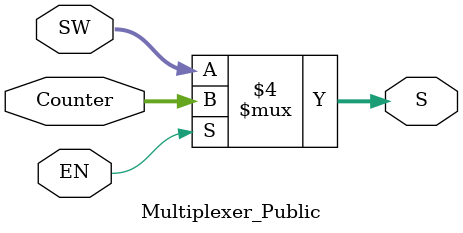
<source format=v>
module Multiplexer_Public(
  output reg [4:0] S,
  input wire[4:0] Counter, SW,
  input EN
);

always @ (EN, Counter, SW)
begin
  if (EN == 1'b1)
    S = Counter;
  else
    S = SW;
end

endmodule

</source>
